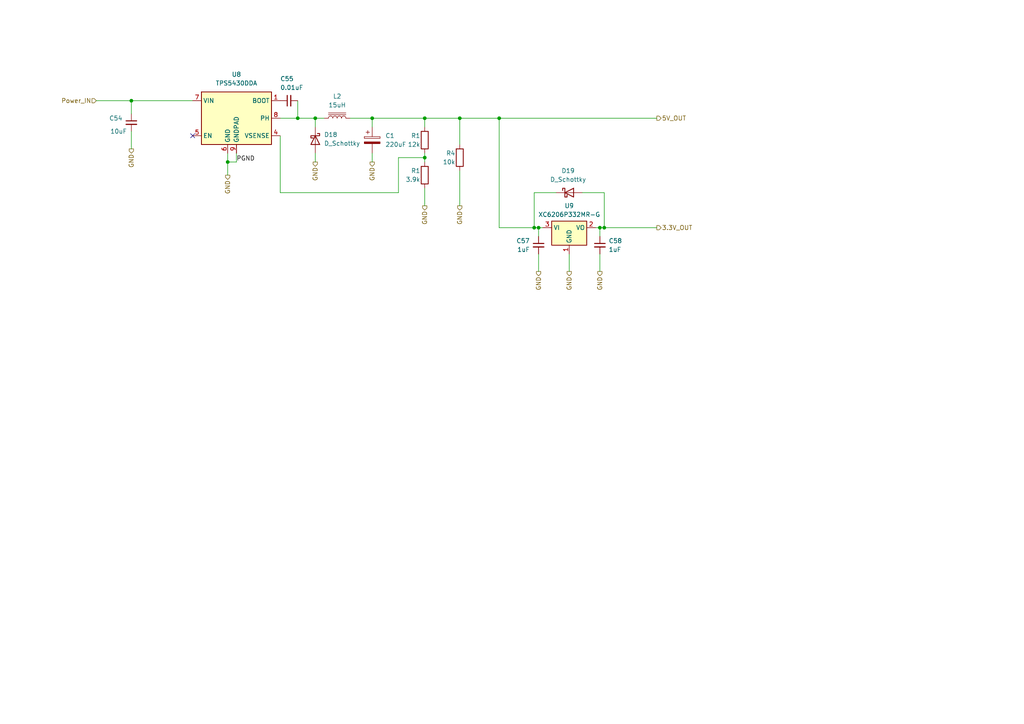
<source format=kicad_sch>
(kicad_sch (version 20230121) (generator eeschema)
  (paper "A4")
  (lib_symbols
    (symbol "Device:C_Polarized" (pin_numbers hide) (pin_names (offset 0.254))
      (property "Reference" "C" (at 0.635 2.54 0))
      (property "Value" "C_Polarized" (at 0.635 -2.54 0))
      (symbol "C_Polarized_0_1"
        (rectangle (start -2.286 0.508) (end 2.286 1.016))
        (polyline (pts (xy -1.778 2.286) (xy -0.762 2.286)))
        (polyline (pts (xy -1.27 2.794) (xy -1.27 1.778)))
        (rectangle (start 2.286 -0.508) (end -2.286 -1.016) (fill (type outline)))
      )
      (symbol "C_Polarized_1_1"
        (pin passive line (at 0 3.81 270) (length 2.794) (name "~") (number "1"))
        (pin passive line (at 0 -3.81 90) (length 2.794) (name "~") (number "2"))
      )
    )
    (symbol "Device:C_Small" (pin_numbers hide) (pin_names (offset 0.254) hide)
      (property "Reference" "C" (at 0.254 1.778 0))
      (property "Value" "C_Small" (at 0.254 -2.032 0))
      (symbol "C_Small_0_1"
        (polyline (pts (xy -1.524 -0.508) (xy 1.524 -0.508)) (stroke (width 0.3302)))
        (polyline (pts (xy -1.524 0.508) (xy 1.524 0.508)) (stroke (width 0.3048)))
      )
      (symbol "C_Small_1_1"
        (pin passive line (at 0 2.54 270) (length 2.032) (name "~") (number "1"))
        (pin passive line (at 0 -2.54 90) (length 2.032) (name "~") (number "2"))
      )
    )
    (symbol "Device:D_Schottky" (pin_numbers hide) (pin_names (offset 1.016) hide)
      (property "Reference" "D" (at 0 2.54 0))
      (property "Value" "D_Schottky" (at 0 -2.54 0))
      (symbol "D_Schottky_0_1"
        (polyline (pts (xy 1.27 0) (xy -1.27 0)))
        (polyline (pts (xy 1.27 1.27) (xy 1.27 -1.27) (xy -1.27 0) (xy 1.27 1.27)) (stroke (width 0.254)))
        (polyline (pts (xy -1.905 0.635) (xy -1.905 1.27) (xy -1.27 1.27) (xy -1.27 -1.27) (xy -0.635 -1.27) (xy -0.635 -0.635)) (stroke (width 0.254)))
      )
      (symbol "D_Schottky_1_1"
        (pin passive line (at -3.81 0 0) (length 2.54) (name "K") (number "1"))
        (pin passive line (at 3.81 0 180) (length 2.54) (name "A") (number "2"))
      )
    )
    (symbol "Device:L_Iron" (pin_numbers hide) (pin_names (offset 1.016) hide)
      (property "Reference" "L" (at -1.27 0 90))
      (property "Value" "L_Iron" (at 2.794 0 90))
      (symbol "L_Iron_0_1"
        (arc (start 0 -2.54) (mid 0.6323 -1.905) (end 0 -1.27))
        (arc (start 0 -1.27) (mid 0.6323 -0.635) (end 0 0))
        (polyline (pts (xy 1.016 2.54) (xy 1.016 -2.54)))
        (polyline (pts (xy 1.524 -2.54) (xy 1.524 2.54)))
        (arc (start 0 0) (mid 0.6323 0.635) (end 0 1.27))
        (arc (start 0 1.27) (mid 0.6323 1.905) (end 0 2.54))
      )
      (symbol "L_Iron_1_1"
        (pin passive line (at 0 3.81 270) (length 1.27) (name "1") (number "1"))
        (pin passive line (at 0 -3.81 90) (length 1.27) (name "2") (number "2"))
      )
    )
    (symbol "Device:R" (pin_numbers hide) (pin_names (offset 0))
      (property "Reference" "R" (at 2.032 0 90))
      (property "Value" "R" (at 0 0 90))
      (symbol "R_0_1"
        (rectangle (start -1.016 -2.54) (end 1.016 2.54) (stroke (width 0.254)))
      )
      (symbol "R_1_1"
        (pin passive line (at 0 3.81 270) (length 1.27) (name "~") (number "1"))
        (pin passive line (at 0 -3.81 90) (length 1.27) (name "~") (number "2"))
      )
    )
    (symbol "RDC_generic:XC6206P332MR-G"
      (property "Reference" "U" (at -3.81 3.175 0))
      (property "Value" "XC6206P332MR-G" (at 0 3.175 0))
      (symbol "XC6206P332MR-G_0_1"
        (rectangle (start -5.08 1.905) (end 5.08 -5.08) (stroke (width 0.254)) (fill (type background)))
      )
      (symbol "XC6206P332MR-G_1_1"
        (pin power_in line (at 0 -7.62 90) (length 2.54) (name "GND") (number "1"))
        (pin power_out line (at 7.62 0 180) (length 2.54) (name "VO") (number "2"))
        (pin power_in line (at -7.62 0 0) (length 2.54) (name "VI") (number "3"))
      )
    )
    (symbol "Regulator_Switching:TPS5430DDA"
      (property "Reference" "U" (at -10.16 8.89 0))
      (property "Value" "TPS5430DDA" (at -1.27 8.89 0))
      (symbol "TPS5430DDA_0_1"
        (rectangle (start -10.16 7.62) (end 10.16 -7.62) (stroke (width 0.254)) (fill (type background)))
      )
      (symbol "TPS5430DDA_1_1"
        (pin input line (at 12.7 5.08 180) (length 2.54) (name "BOOT") (number "1"))
        (pin no_connect line (at -10.16 2.54 0) (length 2.54) hide (name "NC") (number "2"))
        (pin no_connect line (at -10.16 -2.54 0) (length 2.54) hide (name "NC") (number "3"))
        (pin input line (at 12.7 -5.08 180) (length 2.54) (name "VSENSE") (number "4"))
        (pin input line (at -12.7 -5.08 0) (length 2.54) (name "EN") (number "5"))
        (pin power_in line (at -2.54 -10.16 90) (length 2.54) (name "GND") (number "6"))
        (pin power_in line (at -12.7 5.08 0) (length 2.54) (name "VIN") (number "7"))
        (pin output line (at 12.7 0 180) (length 2.54) (name "PH") (number "8"))
        (pin power_in line (at 0 -10.16 90) (length 2.54) (name "GNDPAD") (number "9"))
      )
    )
  )
  (junction (at 38.1 29.21))
  (junction (at 133.35 34.29))
  (junction (at 86.36 34.29))
  (junction (at 156.21 66.04))
  (junction (at 123.19 45.72))
  (junction (at 66.04 46.99))
  (junction (at 154.94 66.04))
  (junction (at 91.44 34.29))
  (junction (at 144.78 34.29))
  (junction (at 173.99 66.04))
  (junction (at 123.19 34.29))
  (junction (at 107.95 34.29))
  (junction (at 175.26 66.04))
  (no_connect (at 55.88 39.37))
  (wire (pts (xy 175.26 66.04) (xy 190.5 66.04)))
  (wire (pts (xy 154.94 66.04) (xy 144.78 66.04)))
  (wire (pts (xy 133.35 34.29) (xy 133.35 41.91)))
  (wire (pts (xy 156.21 66.04) (xy 156.21 68.58)))
  (wire (pts (xy 66.04 44.45) (xy 66.04 46.99)))
  (wire (pts (xy 91.44 34.29) (xy 93.98 34.29)))
  (wire (pts (xy 123.19 44.45) (xy 123.19 45.72)))
  (wire (pts (xy 81.28 34.29) (xy 86.36 34.29)))
  (wire (pts (xy 173.99 73.66) (xy 173.99 78.74)))
  (wire (pts (xy 172.72 66.04) (xy 173.99 66.04)))
  (wire (pts (xy 107.95 36.83) (xy 107.95 34.29)))
  (wire (pts (xy 38.1 29.21) (xy 55.88 29.21)))
  (wire (pts (xy 107.95 34.29) (xy 123.19 34.29)))
  (wire (pts (xy 133.35 34.29) (xy 144.78 34.29)))
  (wire (pts (xy 168.91 55.88) (xy 175.26 55.88)))
  (wire (pts (xy 154.94 55.88) (xy 154.94 66.04)))
  (wire (pts (xy 66.04 46.99) (xy 68.58 46.99)))
  (wire (pts (xy 123.19 34.29) (xy 133.35 34.29)))
  (wire (pts (xy 27.94 29.21) (xy 38.1 29.21)))
  (wire (pts (xy 133.35 49.53) (xy 133.35 59.69)))
  (wire (pts (xy 86.36 34.29) (xy 91.44 34.29)))
  (wire (pts (xy 175.26 55.88) (xy 175.26 66.04)))
  (wire (pts (xy 144.78 34.29) (xy 190.5 34.29)))
  (wire (pts (xy 66.04 46.99) (xy 66.04 50.8)))
  (wire (pts (xy 156.21 66.04) (xy 154.94 66.04)))
  (wire (pts (xy 81.28 39.37) (xy 81.28 55.88)))
  (wire (pts (xy 38.1 38.1) (xy 38.1 43.18)))
  (wire (pts (xy 123.19 54.61) (xy 123.19 59.69)))
  (wire (pts (xy 68.58 44.45) (xy 68.58 46.99)))
  (wire (pts (xy 115.57 55.88) (xy 81.28 55.88)))
  (wire (pts (xy 123.19 45.72) (xy 123.19 46.99)))
  (wire (pts (xy 101.6 34.29) (xy 107.95 34.29)))
  (wire (pts (xy 38.1 29.21) (xy 38.1 33.02)))
  (wire (pts (xy 123.19 36.83) (xy 123.19 34.29)))
  (wire (pts (xy 173.99 66.04) (xy 175.26 66.04)))
  (wire (pts (xy 165.1 73.66) (xy 165.1 78.74)))
  (wire (pts (xy 161.29 55.88) (xy 154.94 55.88)))
  (wire (pts (xy 107.95 44.45) (xy 107.95 46.99)))
  (wire (pts (xy 115.57 45.72) (xy 123.19 45.72)))
  (wire (pts (xy 156.21 66.04) (xy 157.48 66.04)))
  (wire (pts (xy 86.36 29.21) (xy 86.36 34.29)))
  (wire (pts (xy 91.44 34.29) (xy 91.44 36.83)))
  (wire (pts (xy 173.99 66.04) (xy 173.99 68.58)))
  (wire (pts (xy 91.44 44.45) (xy 91.44 46.99)))
  (wire (pts (xy 144.78 34.29) (xy 144.78 66.04)))
  (wire (pts (xy 156.21 73.66) (xy 156.21 78.74)))
  (wire (pts (xy 115.57 55.88) (xy 115.57 45.72)))
  (label "PGND" (at 68.58 46.99 0))
  (hierarchical_label "GND" (shape output) (at 66.04 50.8 270))
  (hierarchical_label "GND" (shape output) (at 173.99 78.74 270))
  (hierarchical_label "3.3V_OUT" (shape output) (at 190.5 66.04 0))
  (hierarchical_label "5V_OUT" (shape output) (at 190.5 34.29 0))
  (hierarchical_label "GND" (shape output) (at 38.1 43.18 270))
  (hierarchical_label "GND" (shape output) (at 91.44 46.99 270))
  (hierarchical_label "GND" (shape output) (at 156.21 78.74 270))
  (hierarchical_label "GND" (shape output) (at 133.35 59.69 270))
  (hierarchical_label "GND" (shape output) (at 165.1 78.74 270))
  (hierarchical_label "Power_IN" (shape input) (at 27.94 29.21 180))
  (hierarchical_label "GND" (shape output) (at 123.19 59.69 270))
  (hierarchical_label "GND" (shape output) (at 107.95 46.99 270))
  (symbol (lib_id "Device:C_Polarized") (at 107.95 40.64 0) (unit 1)
    (property "Reference" "C1" (at 111.76 39.37 0) (effects (justify left)))
    (property "Value" "220uF" (at 111.76 41.91 0) (effects (justify left)))
    (property "Footprint" "Capacitor_THT:CP_Radial_D8.0mm_P3.50mm" (effects hide))
    (instances (project "schematic_MD" (path "" (reference "C1") (unit 1)) (path "" (reference "C56") (unit 1))) (project "schematic_PWR" (path "" (reference "C30") (unit 1))))
  )
  (symbol (lib_id "Device:C_Small") (at 83.82 29.21 90) (mirror x) (unit 1)
    (property "Reference" "C55" (at 81.28 22.86 90) (effects (justify right)))
    (property "Value" "0.01uF" (at 81.28 25.4 90) (effects (justify right)))
    (property "Footprint" "Capacitor_SMD:C_0603_1608Metric" (effects hide))
    (property "LCSC" "C57112" (effects hide))
    (instances (project "schematic_MD" (path "" (reference "C55") (unit 1))) (project "schematic_PWR" (path "" (reference "C29") (unit 1))))
  )
  (symbol (lib_id "Device:R") (at 133.35 45.72 0) (unit 1)
    (property "Reference" "R4" (at 132.08 44.45 0) (effects (justify right)))
    (property "Value" "10k" (at 132.08 46.99 0) (effects (justify right)))
    (property "Footprint" "Resistor_SMD:R_1206_3216Metric" (effects hide))
    (property "LCSC" "C17902" (effects hide))
    (instances (project "schematic_MD" (path "" (reference "R4") (unit 1)) (path "" (reference "R70") (unit 1))) (project "schematic_PWR" (path "" (reference "R21") (unit 1))))
  )
  (symbol (lib_id "Device:D_Schottky") (at 91.44 40.64 270) (unit 1)
    (property "Reference" "D18" (at 93.98 39.0525 90) (effects (justify left)))
    (property "Value" "D_Schottky" (at 93.98 41.5925 90) (effects (justify left)))
    (property "Footprint" "Diode_SMD:D_SOD-123F" (effects hide))
    (property "LCSC" "C22466347" (effects hide))
    (instances (project "schematic_MD" (path "" (reference "D18") (unit 1))) (project "schematic_PWR" (path "" (reference "D7") (unit 1))))
  )
  (symbol (lib_id "Device:L_Iron") (at 97.79 34.29 90) (unit 1)
    (property "Reference" "L2" (at 97.79 27.94 90))
    (property "Value" "15uH" (at 97.79 30.48 90))
    (property "Footprint" "Inductor_SMD:L_Sunlord_SWPA5040S" (effects hide))
    (property "LCSC" "C44888" (effects hide))
  )
  (symbol (lib_id "RDC_generic:XC6206P332MR-G") (at 165.1 66.04 0) (unit 1)
    (property "Reference" "U9" (at 165.1 59.69 0))
    (property "Value" "XC6206P332MR-G" (at 165.1 62.23 0))
    (property "Footprint" "Package_TO_SOT_SMD:SOT-23-3" (effects hide))
    (property "Datasheet" "https://product.torexsemi.com/system/files/series/xc6206-j.pdf" (effects hide))
    (property "LCSC" "C5446" (effects hide))
    (property "FT Rotation Offset" "180" (effects hide))
    (instances (project "schematic_MD" (path "" (reference "U9") (unit 1))) (project "schematic_PWR" (path "" (reference "U5") (unit 1))))
  )
  (symbol (lib_id "Device:R") (at 123.19 50.8 0) (unit 1)
    (property "Reference" "R1" (at 121.92 49.53 0) (effects (justify right)))
    (property "Value" "3.9k" (at 121.92 52.07 0) (effects (justify right)))
    (property "Footprint" "Resistor_SMD:R_0402_1005Metric" (effects hide))
    (property "LCSC" "C51721" (effects hide))
    (instances (project "schematic_MD" (path "" (reference "R1") (unit 1)) (path "" (reference "R61") (unit 1))) (project "schematic_PWR" (path "" (reference "R20") (unit 1))))
  )
  (symbol (lib_id "Device:D_Schottky") (at 165.1 55.88 0) (unit 1)
    (property "Reference" "D19" (at 164.7825 49.53 0))
    (property "Value" "D_Schottky" (at 164.7825 52.07 0))
    (property "Footprint" "Diode_SMD:D_SOD-123F" (effects hide))
    (property "LCSC" "C22466347" (effects hide))
    (instances (project "schematic_MD" (path "" (reference "D19") (unit 1))) (project "schematic_PWR" (path "" (reference "D8") (unit 1))))
  )
  (symbol (lib_id "Device:C_Small") (at 173.99 71.12 0) (mirror y) (unit 1)
    (property "Reference" "C58" (at 176.53 69.8563 0) (effects (justify right)))
    (property "Value" "1uF" (at 176.53 72.39 0) (effects (justify right)))
    (property "Footprint" "Capacitor_SMD:C_0603_1608Metric" (effects hide))
    (property "LCSC" "C15849" (effects hide))
    (instances (project "schematic_MD" (path "" (reference "C58") (unit 1))) (project "schematic_PWR" (path "" (reference "C32") (unit 1))))
  )
  (symbol (lib_id "Device:C_Small") (at 156.21 71.12 0) (unit 1)
    (property "Reference" "C57" (at 153.67 69.8563 0) (effects (justify right)))
    (property "Value" "1uF" (at 153.67 72.39 0) (effects (justify right)))
    (property "Footprint" "Capacitor_SMD:C_0603_1608Metric" (effects hide))
    (property "LCSC" "C15849" (effects hide))
    (instances (project "schematic_MD" (path "" (reference "C57") (unit 1))) (project "schematic_PWR" (path "" (reference "C31") (unit 1))))
  )
  (symbol (lib_id "Regulator_Switching:TPS5430DDA") (at 68.58 34.29 0) (unit 1)
    (property "Reference" "U8" (at 68.58 21.59 0))
    (property "Value" "TPS5430DDA" (at 68.58 24.13 0))
    (property "Footprint" "Package_SO:TI_SO-PowerPAD-8_ThermalVias" (effects hide))
    (property "Datasheet" "http://www.ti.com/lit/ds/symlink/tps5430.pdf" (effects hide))
    (property "LCSC" "C9864" (effects hide))
    (instances (project "schematic_MD" (path "" (reference "U8") (unit 1))) (project "schematic_PWR" (path "" (reference "U4") (unit 1))))
  )
  (symbol (lib_id "Device:C_Small") (at 38.1 35.56 0) (unit 1)
    (property "Reference" "C54" (at 35.56 34.2963 0) (effects (justify right)))
    (property "Value" "10uF" (at 36.83 38.1 0) (effects (justify right)))
    (property "Footprint" "Capacitor_SMD:C_0805_2012Metric" (effects hide))
    (property "LCSC" "C440198" (effects hide))
    (instances (project "schematic_MD" (path "" (reference "C54") (unit 1))) (project "schematic_PWR" (path "" (reference "C28") (unit 1))))
  )
  (symbol (lib_id "Device:R") (at 123.19 40.64 0) (unit 1)
    (property "Reference" "R1" (at 121.92 39.37 0) (effects (justify right)))
    (property "Value" "12k" (at 121.92 41.91 0) (effects (justify right)))
    (property "Footprint" "Resistor_SMD:R_0402_1005Metric" (effects hide))
    (property "LCSC" "C25752" (effects hide))
    (instances (project "schematic_MD" (path "" (reference "R1") (unit 1)) (path "" (reference "R60") (unit 1))) (project "schematic_PWR" (path "" (reference "R19") (unit 1))))
  )
)
</source>
